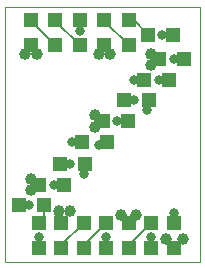
<source format=gtl>
G75*
%MOIN*%
%OFA0B0*%
%FSLAX24Y24*%
%IPPOS*%
%LPD*%
%AMOC8*
5,1,8,0,0,1.08239X$1,22.5*
%
%ADD10C,0.0000*%
%ADD11R,0.0472X0.0472*%
%ADD12C,0.0397*%
%ADD13C,0.0060*%
%ADD14C,0.0317*%
D10*
X002392Y002517D02*
X002392Y011017D01*
X008892Y011017D01*
X008892Y002517D01*
X002392Y002517D01*
D11*
X003517Y002978D03*
X004267Y002978D03*
X005017Y002978D03*
X005767Y002978D03*
X006517Y002978D03*
X007267Y002978D03*
X008017Y002978D03*
X008017Y003805D03*
X007267Y003805D03*
X006517Y003805D03*
X005767Y003805D03*
X005017Y003805D03*
X004267Y003805D03*
X003680Y004392D03*
X003517Y003805D03*
X002853Y004392D03*
X003541Y005079D03*
X004228Y005767D03*
X004368Y005079D03*
X005055Y005767D03*
X004978Y006517D03*
X005666Y007204D03*
X005805Y006517D03*
X006493Y007204D03*
X006353Y007892D03*
X007041Y008579D03*
X007180Y007892D03*
X007868Y008579D03*
X007541Y009267D03*
X008368Y009267D03*
X007993Y010079D03*
X007166Y010079D03*
X006517Y009728D03*
X005704Y009728D03*
X005704Y010555D03*
X006517Y010555D03*
X004892Y010555D03*
X004079Y010555D03*
X003267Y010555D03*
X003267Y009728D03*
X004079Y009728D03*
X004892Y009728D03*
D12*
X005517Y009454D03*
X005892Y009454D03*
X007267Y009454D03*
X007267Y009079D03*
X005392Y007392D03*
X005392Y007017D03*
X003267Y005267D03*
X003267Y004892D03*
X004204Y004204D03*
X004579Y004204D03*
X006267Y004079D03*
X006767Y004079D03*
X007767Y003267D03*
X008329Y003267D03*
X003454Y009454D03*
X003079Y009454D03*
D13*
X003079Y009541D01*
X003267Y009728D01*
X003454Y009541D01*
X003454Y009454D01*
X004079Y009728D02*
X003267Y010541D01*
X003267Y010555D01*
X004079Y010555D02*
X004079Y010541D01*
X004892Y009728D01*
X004892Y010204D02*
X004892Y010555D01*
X005704Y010555D02*
X005704Y010541D01*
X006517Y009728D01*
X005892Y009541D02*
X005892Y009454D01*
X005892Y009541D02*
X005704Y009728D01*
X005517Y009541D01*
X005517Y009454D01*
X006517Y010555D02*
X006690Y010555D01*
X007166Y010079D01*
X007642Y010079D02*
X007993Y010079D01*
X007353Y009454D02*
X007267Y009454D01*
X007353Y009454D02*
X007541Y009267D01*
X007353Y009079D01*
X007267Y009079D01*
X007041Y008579D02*
X006704Y008579D01*
X006704Y007892D02*
X006353Y007892D01*
X006493Y007204D02*
X006142Y007204D01*
X005666Y007204D02*
X005478Y007392D01*
X005392Y007392D01*
X005666Y007204D02*
X005478Y007017D01*
X005392Y007017D01*
X004978Y006517D02*
X004642Y006517D01*
X004579Y005767D02*
X004228Y005767D01*
X004368Y005079D02*
X004017Y005079D01*
X003541Y005079D02*
X003353Y005267D01*
X003267Y005267D01*
X003541Y005079D02*
X003353Y004892D01*
X003267Y004892D01*
X003204Y004392D02*
X002853Y004392D01*
X003517Y003805D02*
X003680Y003968D01*
X003680Y004392D01*
X004204Y004204D02*
X004579Y004204D01*
X004267Y004142D02*
X004204Y004204D01*
X004267Y004142D02*
X004267Y003805D01*
X004267Y003055D02*
X005017Y003805D01*
X005017Y003055D02*
X005767Y003805D01*
X005767Y003329D02*
X005767Y002978D01*
X006517Y002978D02*
X006517Y003055D01*
X007267Y003805D01*
X007267Y003329D02*
X007267Y002978D01*
X007767Y003267D02*
X008017Y003017D01*
X008017Y002978D01*
X008305Y003267D01*
X008329Y003267D01*
X008017Y003805D02*
X008017Y004142D01*
X006767Y004079D02*
X006517Y003829D01*
X006517Y003805D01*
X006267Y004055D01*
X006267Y004079D01*
X005017Y003055D02*
X005017Y002978D01*
X004267Y002978D02*
X004267Y003055D01*
X003517Y002978D02*
X003517Y003329D01*
X005017Y005454D02*
X005055Y005493D01*
X005055Y005767D01*
X005517Y006392D02*
X005680Y006392D01*
X005805Y006517D01*
X007142Y007579D02*
X007180Y007618D01*
X007180Y007892D01*
X007517Y008579D02*
X007868Y008579D01*
X008017Y009267D02*
X008368Y009267D01*
D14*
X008017Y009267D03*
X007517Y008579D03*
X006704Y008579D03*
X006704Y007892D03*
X007142Y007579D03*
X006142Y007204D03*
X005517Y006392D03*
X004642Y006517D03*
X004579Y005767D03*
X005017Y005454D03*
X004017Y005079D03*
X003204Y004392D03*
X003517Y003329D03*
X005767Y003329D03*
X007267Y003329D03*
X008017Y004142D03*
X007642Y010079D03*
X004892Y010204D03*
M02*

</source>
